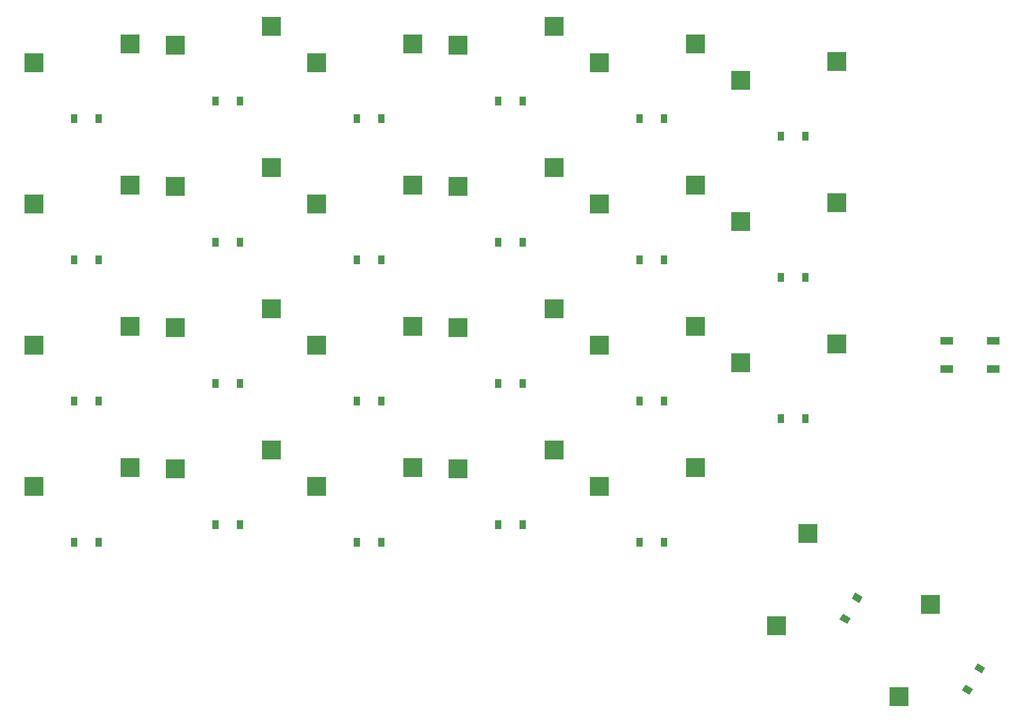
<source format=gbp>
%TF.GenerationSoftware,KiCad,Pcbnew,(5.1.9)-1*%
%TF.CreationDate,2021-08-27T08:52:58-07:00*%
%TF.ProjectId,small,736d616c-6c2e-46b6-9963-61645f706362,VERSION_HERE*%
%TF.SameCoordinates,Original*%
%TF.FileFunction,Paste,Bot*%
%TF.FilePolarity,Positive*%
%FSLAX46Y46*%
G04 Gerber Fmt 4.6, Leading zero omitted, Abs format (unit mm)*
G04 Created by KiCad (PCBNEW (5.1.9)-1) date 2021-08-27 08:52:58*
%MOMM*%
%LPD*%
G01*
G04 APERTURE LIST*
%ADD10R,1.700000X1.000000*%
%ADD11R,0.900000X1.200000*%
%ADD12C,0.100000*%
%ADD13R,2.550000X2.500000*%
G04 APERTURE END LIST*
D10*
%TO.C,REF\u002A\u002A*%
X272232380Y-137403710D03*
X265932380Y-137403710D03*
X272232380Y-141203710D03*
X265932380Y-141203710D03*
%TD*%
D11*
%TO.C,D7*%
X148369340Y-107394130D03*
X151669340Y-107394130D03*
%TD*%
%TO.C,D1*%
X148369340Y-164544130D03*
X151669340Y-164544130D03*
%TD*%
%TO.C,D3*%
X148369340Y-145494130D03*
X151669340Y-145494130D03*
%TD*%
%TO.C,D5*%
X148369340Y-126444130D03*
X151669340Y-126444130D03*
%TD*%
%TO.C,D9*%
X167419340Y-162162880D03*
X170719340Y-162162880D03*
%TD*%
%TO.C,D11*%
X167419340Y-143112880D03*
X170719340Y-143112880D03*
%TD*%
%TO.C,D13*%
X167419340Y-124062880D03*
X170719340Y-124062880D03*
%TD*%
%TO.C,D15*%
X167419340Y-105012880D03*
X170719340Y-105012880D03*
%TD*%
%TO.C,D17*%
X186469340Y-164544130D03*
X189769340Y-164544130D03*
%TD*%
%TO.C,D19*%
X186469340Y-145494130D03*
X189769340Y-145494130D03*
%TD*%
%TO.C,D21*%
X186469340Y-126444130D03*
X189769340Y-126444130D03*
%TD*%
%TO.C,D23*%
X186469340Y-107394130D03*
X189769340Y-107394130D03*
%TD*%
%TO.C,D25*%
X205519340Y-162162880D03*
X208819340Y-162162880D03*
%TD*%
%TO.C,D27*%
X205519340Y-143112880D03*
X208819340Y-143112880D03*
%TD*%
%TO.C,D29*%
X205519340Y-124062880D03*
X208819340Y-124062880D03*
%TD*%
%TO.C,D31*%
X205519340Y-105012880D03*
X208819340Y-105012880D03*
%TD*%
%TO.C,D33*%
X224569340Y-164544130D03*
X227869340Y-164544130D03*
%TD*%
%TO.C,D35*%
X224569340Y-145494130D03*
X227869340Y-145494130D03*
%TD*%
%TO.C,D37*%
X224569340Y-126444130D03*
X227869340Y-126444130D03*
%TD*%
%TO.C,D39*%
X224569340Y-107394130D03*
X227869340Y-107394130D03*
%TD*%
%TO.C,D41*%
X243619340Y-147875380D03*
X246919340Y-147875380D03*
%TD*%
%TO.C,D43*%
X243619340Y-128825380D03*
X246919340Y-128825380D03*
%TD*%
%TO.C,D45*%
X243619340Y-109775380D03*
X246919340Y-109775380D03*
%TD*%
D12*
%TO.C,D47*%
G36*
X268464028Y-183747523D02*
G01*
X269503258Y-184347523D01*
X269053258Y-185126945D01*
X268014028Y-184526945D01*
X268464028Y-183747523D01*
G37*
G36*
X270114028Y-180889639D02*
G01*
X271153258Y-181489639D01*
X270703258Y-182269061D01*
X269664028Y-181669061D01*
X270114028Y-180889639D01*
G37*
%TD*%
%TO.C,D49*%
G36*
X251966244Y-174222523D02*
G01*
X253005474Y-174822523D01*
X252555474Y-175601945D01*
X251516244Y-175001945D01*
X251966244Y-174222523D01*
G37*
G36*
X253616244Y-171364639D02*
G01*
X254655474Y-171964639D01*
X254205474Y-172744061D01*
X253166244Y-172144061D01*
X253616244Y-171364639D01*
G37*
%TD*%
D13*
%TO.C,S1*%
X142934340Y-157004130D03*
X155861340Y-154464130D03*
%TD*%
%TO.C,S2*%
X142934340Y-137954130D03*
X155861340Y-135414130D03*
%TD*%
%TO.C,S3*%
X142934340Y-118904130D03*
X155861340Y-116364130D03*
%TD*%
%TO.C,S4*%
X142934340Y-99854130D03*
X155861340Y-97314130D03*
%TD*%
%TO.C,S5*%
X161984340Y-154622880D03*
X174911340Y-152082880D03*
%TD*%
%TO.C,S6*%
X161984340Y-135572880D03*
X174911340Y-133032880D03*
%TD*%
%TO.C,S7*%
X161984340Y-116523000D03*
X174911340Y-113983000D03*
%TD*%
%TO.C,S8*%
X161984340Y-97472880D03*
X174911340Y-94932880D03*
%TD*%
%TO.C,S9*%
X181034340Y-157004130D03*
X193961340Y-154464130D03*
%TD*%
%TO.C,S10*%
X181034340Y-137954130D03*
X193961340Y-135414130D03*
%TD*%
%TO.C,S11*%
X181034340Y-118904130D03*
X193961340Y-116364130D03*
%TD*%
%TO.C,S12*%
X181034340Y-99854130D03*
X193961340Y-97314130D03*
%TD*%
%TO.C,S13*%
X200084340Y-154622880D03*
X213011340Y-152082880D03*
%TD*%
%TO.C,S14*%
X200084340Y-135572880D03*
X213011340Y-133032880D03*
%TD*%
%TO.C,S15*%
X200084340Y-116522880D03*
X213011340Y-113982880D03*
%TD*%
%TO.C,S16*%
X200084340Y-97472880D03*
X213011340Y-94932880D03*
%TD*%
%TO.C,S17*%
X219134340Y-157004130D03*
X232061340Y-154464130D03*
%TD*%
%TO.C,S18*%
X219134340Y-137954130D03*
X232061340Y-135414130D03*
%TD*%
%TO.C,S19*%
X219134340Y-118904130D03*
X232061340Y-116364130D03*
%TD*%
%TO.C,S20*%
X219134340Y-99854130D03*
X232061340Y-97314130D03*
%TD*%
%TO.C,S21*%
X238184340Y-140335380D03*
X251111340Y-137795380D03*
%TD*%
%TO.C,S22*%
X238184340Y-121285380D03*
X251111340Y-118745380D03*
%TD*%
%TO.C,S23*%
X238184340Y-102235380D03*
X251111340Y-99695380D03*
%TD*%
%TO.C,S24*%
X259511311Y-185374082D03*
X263775107Y-172908972D03*
%TD*%
%TO.C,S25*%
X243013527Y-175849082D03*
X247277323Y-163383972D03*
%TD*%
M02*

</source>
